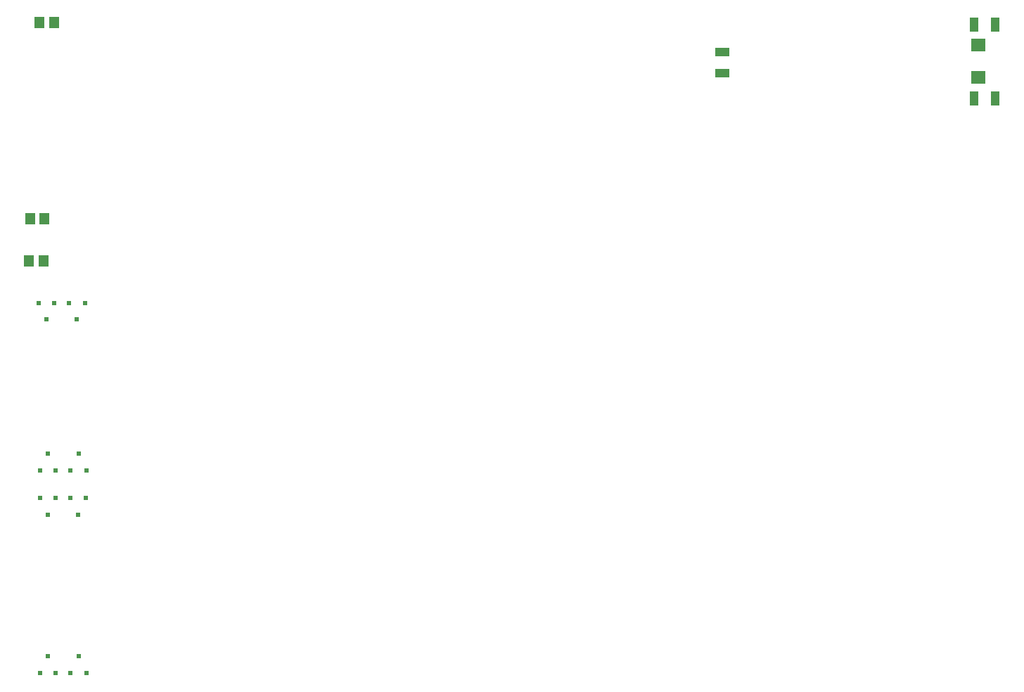
<source format=gtp>
G04*
G04 #@! TF.GenerationSoftware,Altium Limited,Altium Designer,24.6.1 (21)*
G04*
G04 Layer_Color=8421504*
%FSLAX44Y44*%
%MOMM*%
G71*
G04*
G04 #@! TF.SameCoordinates,42639B8C-B182-42FF-980A-ED1702294046*
G04*
G04*
G04 #@! TF.FilePolarity,Positive*
G04*
G01*
G75*
%ADD16R,0.5000X0.6000*%
%ADD17R,1.8062X1.5544*%
%ADD18R,1.1055X1.6582*%
%ADD19R,1.6582X1.1055*%
%ADD20R,1.1500X1.4500*%
D16*
X64103Y120810D02*
D03*
X45103D02*
D03*
X54603Y140810D02*
D03*
X100943Y364650D02*
D03*
X81943D02*
D03*
X91443Y384650D02*
D03*
X64110Y364650D02*
D03*
X45110D02*
D03*
X54609Y384650D02*
D03*
X80054Y566425D02*
D03*
X99054D02*
D03*
X89554Y546425D02*
D03*
X43171Y566430D02*
D03*
X62171D02*
D03*
X52671Y546430D02*
D03*
X81334Y331472D02*
D03*
X100335D02*
D03*
X90835Y311472D02*
D03*
X45110Y331313D02*
D03*
X64110D02*
D03*
X54610Y311313D02*
D03*
X100947Y120810D02*
D03*
X81946D02*
D03*
X91447Y140810D02*
D03*
D17*
X1174750Y837991D02*
D03*
Y876509D02*
D03*
D18*
X1169670Y812800D02*
D03*
X1195197D02*
D03*
X1195134Y901700D02*
D03*
X1169606D02*
D03*
D19*
X866140Y868744D02*
D03*
Y843216D02*
D03*
D20*
X50660Y668020D02*
D03*
X33160D02*
D03*
X44590Y904240D02*
D03*
X62090D02*
D03*
X32030Y617220D02*
D03*
X49530D02*
D03*
M02*

</source>
